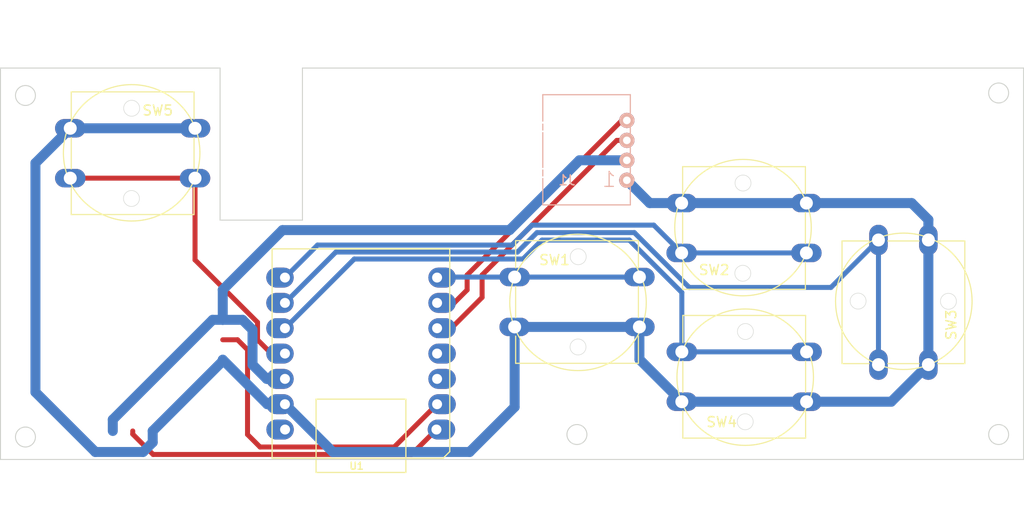
<source format=kicad_pcb>
(kicad_pcb (version 20221018) (generator pcbnew)
  (layers (0 "F.Cu" signal) (31 "B.Cu" signal) (34 "B.Paste" user) (35 "F.Paste" user) (36 "B.SilkS" user "B.Silkscreen") (37 "F.SilkS" user "F.Silkscreen") (38 "B.Mask" user) (39 "F.Mask" user) (44 "Edge.Cuts" user))
  (net 0 "")
  (net 4 "GND")
  (net 5 "+3.3V")
  (net 6 "Net-(J1-SDA)")
  (net 7 "Net-(J1-SCL)")
  (net 8 "Net-(Joystick1-HV)")
  (net 9 "Net-(Joystick1-VV)")
  (net 10 "Net-(U1-PB08_A6_D6_TX)")
  (net 11 "Net-(U1-PB09_A7_D7_RX)")
  (net 12 "Net-(U1-PA7_A8_D8_SCK)")
  (net 13 "Net-(U1-PA5_A9_D9_MISO)")
  (net 14 "Net-(U1-PA6_A10_D10_MOSI)")
  (footprint "Xiao:MOUDLE14P-SMD-2.54-21X17.8MM" (layer "F.Cu") (at 170.01 77.88075 180)
    (fp_text reference "U1" (at 9.3345 -21.7805) (layer "F.SilkS") (effects (font (size 0.7 0.7))))
    (fp_text value "MODULE-SEEEDUINO-XIAO-ESP32C3")
    (fp_line (start 0 -20.3285) (end 0 0) (stroke (width 0.127)) (layer "F.SilkS"))
    (fp_line (start 0 0) (end 17.8 0) (stroke (width 0.127)) (layer "F.SilkS"))
    (fp_line (start 0.671541 -21) (end 0 -20.3285) (stroke (width 0.127)) (layer "F.SilkS"))
    (fp_line (start 4.396 -15.072) (end 4.396 -22.425) (stroke (width 0.127)) (layer "F.SilkS"))
    (fp_line (start 4.4 -22.424) (end 13.395 -22.424) (stroke (width 0.127)) (layer "F.SilkS"))
    (fp_line (start 13.395 -22.424) (end 13.395 -15.072) (stroke (width 0.127)) (layer "F.SilkS"))
    (fp_line (start 13.395 -15.072) (end 4.396 -15.072) (stroke (width 0.127)) (layer "F.SilkS"))
    (fp_line (start 17.8 -21) (end 0.671541 -21) (stroke (width 0.127)) (layer "F.SilkS"))
    (fp_line (start 17.8 0) (end 17.8 -21) (stroke (width 0.127)) (layer "F.SilkS"))
    (pad "1" thru_hole roundrect (at 1.335 -18.12 180) (size 2.75 2) (drill 1 (offset -0.5 0)) (layers "*.Cu" "*.Mask") (roundrect_rratio 0.5) (net 9 "Net-(Joystick1-VV)"))
    (pad "2" thru_hole roundrect (at 1.27 -15.58 180) (size 2.75 2) (drill 1 (offset -0.5 0)) (layers "*.Cu" "*.Mask") (roundrect_rratio 0.5) (net 8 "Net-(Joystick1-HV)"))
    (pad "3" thru_hole roundrect (at 1.27 -13.04 180) (size 2.75 2) (drill 1 (offset -0.5 0)) (layers "*.Cu" "*.Mask") (roundrect_rratio 0.5))
    (pad "4" thru_hole roundrect (at 1.27 -10.5 180) (size 2.75 2) (drill 1 (offset -0.5 0)) (layers "*.Cu" "*.Mask") (roundrect_rratio 0.5))
    (pad "5" thru_hole roundrect (at 1.27 -7.96 180) (size 2.75 2) (drill 1 (offset -0.5 0)) (layers "*.Cu" "*.Mask") (roundrect_rratio 0.5) (net 6 "Net-(J1-SDA)"))
    (pad "6" thru_hole roundrect (at 1.27 -5.42 180) (size 2.75 2) (drill 1 (offset -0.5 0)) (layers "*.Cu" "*.Mask") (roundrect_rratio 0.5) (net 7 "Net-(J1-SCL)"))
    (pad "7" thru_hole roundrect (at 1.27 -2.88 180) (size 2.75 2) (drill 1 (offset -0.5 0)) (layers "*.Cu" "*.Mask") (roundrect_rratio 0.5) (net 10 "Net-(U1-PB08_A6_D6_TX)"))
    (pad "8" thru_hole roundrect (at 16.51 -2.88 180) (size 2.75 2) (drill 1 (offset 0.5 0)) (layers "*.Cu" "*.Mask") (roundrect_rratio 0.5) (net 11 "Net-(U1-PB09_A7_D7_RX)"))
    (pad "9" thru_hole roundrect (at 16.51 -5.42 180) (size 2.75 2) (drill 1 (offset 0.5 0)) (layers "*.Cu" "*.Mask") (roundrect_rratio 0.5) (net 12 "Net-(U1-PA7_A8_D8_SCK)"))
    (pad "10" thru_hole roundrect (at 16.51 -7.96 180) (size 2.75 2) (drill 1 (offset 0.5 0)) (layers "*.Cu" "*.Mask") (roundrect_rratio 0.5) (net 13 "Net-(U1-PA5_A9_D9_MISO)"))
    (pad "11" thru_hole roundrect (at 16.51 -10.5 180) (size 2.75 2) (drill 1 (offset 0.5 0)) (layers "*.Cu" "*.Mask") (roundrect_rratio 0.5) (net 14 "Net-(U1-PA6_A10_D10_MOSI)"))
    (pad "12" thru_hole roundrect (at 16.51 -13.04 180) (size 2.75 2) (drill 1 (offset 0.5 0)) (layers "*.Cu" "*.Mask") (roundrect_rratio 0.5) (net 5 "+3.3V"))
    (pad "13" thru_hole roundrect (at 16.51 -15.58 180) (size 2.75 2) (drill 1 (offset 0.5 0)) (layers "*.Cu" "*.Mask") (roundrect_rratio 0.5) (net 4 "GND"))
    (pad "14" thru_hole roundrect (at 16.5 -18.12 180) (size 2.75 2) (drill 1 (offset 0.5 0)) (layers "*.Cu" "*.Mask") (roundrect_rratio 0.5))
  )
  (footprint "Library:SW_PUSH-13mmGotronic" (layer "F.Cu") (at 205.74 78.29 180)
    (fp_text reference "SW2" (at 9.24 -1.71 180) (layer "F.SilkS"))
    (fp_text value "SW_Push")
    (fp_line (start 0.1 -3.65) (end 12.4 -3.65) (stroke (width 0.12)) (layer "F.SilkS"))
    (fp_line (start 0.1 -0.93) (end 0.1 -3.65) (stroke (width 0.12)) (layer "F.SilkS"))
    (fp_line (start 0.1 4.07) (end 0.1 0.93) (stroke (width 0.12)) (layer "F.SilkS"))
    (fp_line (start 0.1 8.65) (end 0.1 5.93) (stroke (width 0.12)) (layer "F.SilkS"))
    (fp_line (start 12.4 -3.65) (end 12.4 -0.93) (stroke (width 0.12)) (layer "F.SilkS"))
    (fp_line (start 12.4 0.93) (end 12.4 4.07) (stroke (width 0.12)) (layer "F.SilkS"))
    (fp_line (start 12.4 5.93) (end 12.4 8.65) (stroke (width 0.12)) (layer "F.SilkS"))
    (fp_line (start 12.4 8.65) (end 0.1 8.65) (stroke (width 0.12)) (layer "F.SilkS"))
    (fp_circle (center 6.35 2.54) (end 12.7 5.08) (stroke (width 0.12)) (fill none) (layer "F.SilkS"))
    (fp_circle (center 6.35 7.01) (end 7.15 7.01) (stroke (width 0.05)) (fill none) (layer "Edge.Cuts"))
    (fp_circle (center 6.37 -2.04) (end 7.17 -2.04) (stroke (width 0.05)) (fill none) (layer "Edge.Cuts"))
    (pad "1" thru_hole oval (at 0 0 180) (size 3.048 1.85) (drill 1.3) (layers "*.Cu" "*.Mask") (net 11 "Net-(U1-PB09_A7_D7_RX)"))
    (pad "1" thru_hole oval (at 12.5 0 180) (size 3.048 1.85) (drill 1.3) (layers "*.Cu" "*.Mask") (net 11 "Net-(U1-PB09_A7_D7_RX)"))
    (pad "2" thru_hole oval (at 0 5 180) (size 3.048 1.85) (drill 1.3) (layers "*.Cu" "*.Mask") (net 4 "GND"))
    (pad "2" thru_hole oval (at 12.5 5 180) (size 3.048 1.85) (drill 1.3) (layers "*.Cu" "*.Mask") (net 4 "GND"))
  )
  (footprint "Library:SW_PUSH-13mmGotronic" (layer "F.Cu") (at 144.49 70.79 180)
    (fp_text reference "SW5" (at 3.74 6.79) (layer "F.SilkS"))
    (fp_text value "SW_Push")
    (fp_line (start 0.1 -3.65) (end 12.4 -3.65) (stroke (width 0.12)) (layer "F.SilkS"))
    (fp_line (start 0.1 -0.93) (end 0.1 -3.65) (stroke (width 0.12)) (layer "F.SilkS"))
    (fp_line (start 0.1 4.07) (end 0.1 0.93) (stroke (width 0.12)) (layer "F.SilkS"))
    (fp_line (start 0.1 8.65) (end 0.1 5.93) (stroke (width 0.12)) (layer "F.SilkS"))
    (fp_line (start 12.4 -3.65) (end 12.4 -0.93) (stroke (width 0.12)) (layer "F.SilkS"))
    (fp_line (start 12.4 0.93) (end 12.4 4.07) (stroke (width 0.12)) (layer "F.SilkS"))
    (fp_line (start 12.4 5.93) (end 12.4 8.65) (stroke (width 0.12)) (layer "F.SilkS"))
    (fp_line (start 12.4 8.65) (end 0.1 8.65) (stroke (width 0.12)) (layer "F.SilkS"))
    (fp_circle (center 6.35 2.54) (end 12.7 5.08) (stroke (width 0.12)) (fill none) (layer "F.SilkS"))
    (fp_circle (center 6.35 7.01) (end 7.15 7.01) (stroke (width 0.05)) (fill none) (layer "Edge.Cuts"))
    (fp_circle (center 6.37 -2.04) (end 7.17 -2.04) (stroke (width 0.05)) (fill none) (layer "Edge.Cuts"))
    (pad "1" thru_hole oval (at 0 0 180) (size 3.048 1.85) (drill 1.3) (layers "*.Cu" "*.Mask") (net 14 "Net-(U1-PA6_A10_D10_MOSI)"))
    (pad "1" thru_hole oval (at 12.5 0 180) (size 3.048 1.85) (drill 1.3) (layers "*.Cu" "*.Mask") (net 14 "Net-(U1-PA6_A10_D10_MOSI)"))
    (pad "2" thru_hole oval (at 0 5 180) (size 3.048 1.85) (drill 1.3) (layers "*.Cu" "*.Mask") (net 4 "GND"))
    (pad "2" thru_hole oval (at 12.5 5 180) (size 3.048 1.85) (drill 1.3) (layers "*.Cu" "*.Mask") (net 4 "GND"))
  )
  (footprint "Library:SW_PUSH-13mmGotronic" (layer "F.Cu") (at 212.96 89.49 90)
    (fp_text reference "SW3" (at 3.99 7.29 90) (layer "F.SilkS"))
    (fp_text value "SW_Push")
    (fp_line (start 0.1 -3.65) (end 12.4 -3.65) (stroke (width 0.12)) (layer "F.SilkS"))
    (fp_line (start 0.1 -0.93) (end 0.1 -3.65) (stroke (width 0.12)) (layer "F.SilkS"))
    (fp_line (start 0.1 4.07) (end 0.1 0.93) (stroke (width 0.12)) (layer "F.SilkS"))
    (fp_line (start 0.1 8.65) (end 0.1 5.93) (stroke (width 0.12)) (layer "F.SilkS"))
    (fp_line (start 12.4 -3.65) (end 12.4 -0.93) (stroke (width 0.12)) (layer "F.SilkS"))
    (fp_line (start 12.4 0.93) (end 12.4 4.07) (stroke (width 0.12)) (layer "F.SilkS"))
    (fp_line (start 12.4 5.93) (end 12.4 8.65) (stroke (width 0.12)) (layer "F.SilkS"))
    (fp_line (start 12.4 8.65) (end 0.1 8.65) (stroke (width 0.12)) (layer "F.SilkS"))
    (fp_circle (center 6.35 2.54) (end 12.7 5.08) (stroke (width 0.12)) (fill none) (layer "F.SilkS"))
    (fp_circle (center 6.35 7.01) (end 7.15 7.01) (stroke (width 0.05)) (fill none) (layer "Edge.Cuts"))
    (fp_circle (center 6.37 -2.04) (end 7.17 -2.04) (stroke (width 0.05)) (fill none) (layer "Edge.Cuts"))
    (pad "1" thru_hole oval (at 0 0 90) (size 3.048 1.85) (drill 1.3) (layers "*.Cu" "*.Mask") (net 12 "Net-(U1-PA7_A8_D8_SCK)"))
    (pad "1" thru_hole oval (at 12.5 0 90) (size 3.048 1.85) (drill 1.3) (layers "*.Cu" "*.Mask") (net 12 "Net-(U1-PA7_A8_D8_SCK)"))
    (pad "2" thru_hole oval (at 0 5 90) (size 3.048 1.85) (drill 1.3) (layers "*.Cu" "*.Mask") (net 4 "GND"))
    (pad "2" thru_hole oval (at 12.5 5 90) (size 3.048 1.85) (drill 1.3) (layers "*.Cu" "*.Mask") (net 4 "GND"))
  )
  (footprint "Library:SW_PUSH-13mmGotronic" (layer "F.Cu") (at 193.26 88.21)
    (fp_text reference "SW4" (at 3.99 7.04) (layer "F.SilkS"))
    (fp_text value "SW_Push")
    (fp_line (start 0.1 -3.65) (end 12.4 -3.65) (stroke (width 0.12)) (layer "F.SilkS"))
    (fp_line (start 0.1 -0.93) (end 0.1 -3.65) (stroke (width 0.12)) (layer "F.SilkS"))
    (fp_line (start 0.1 4.07) (end 0.1 0.93) (stroke (width 0.12)) (layer "F.SilkS"))
    (fp_line (start 0.1 8.65) (end 0.1 5.93) (stroke (width 0.12)) (layer "F.SilkS"))
    (fp_line (start 12.4 -3.65) (end 12.4 -0.93) (stroke (width 0.12)) (layer "F.SilkS"))
    (fp_line (start 12.4 0.93) (end 12.4 4.07) (stroke (width 0.12)) (layer "F.SilkS"))
    (fp_line (start 12.4 5.93) (end 12.4 8.65) (stroke (width 0.12)) (layer "F.SilkS"))
    (fp_line (start 12.4 8.65) (end 0.1 8.65) (stroke (width 0.12)) (layer "F.SilkS"))
    (fp_circle (center 6.35 2.54) (end 12.7 5.08) (stroke (width 0.12)) (fill none) (layer "F.SilkS"))
    (fp_circle (center 6.35 7.01) (end 7.15 7.01) (stroke (width 0.05)) (fill none) (layer "Edge.Cuts"))
    (fp_circle (center 6.37 -2.04) (end 7.17 -2.04) (stroke (width 0.05)) (fill none) (layer "Edge.Cuts"))
    (pad "1" thru_hole oval (at 0 0) (size 3.048 1.85) (drill 1.3) (layers "*.Cu" "*.Mask") (net 13 "Net-(U1-PA5_A9_D9_MISO)"))
    (pad "1" thru_hole oval (at 12.5 0) (size 3.048 1.85) (drill 1.3) (layers "*.Cu" "*.Mask") (net 13 "Net-(U1-PA5_A9_D9_MISO)"))
    (pad "2" thru_hole oval (at 0 5) (size 3.048 1.85) (drill 1.3) (layers "*.Cu" "*.Mask") (net 4 "GND"))
    (pad "2" thru_hole oval (at 12.5 5) (size 3.048 1.85) (drill 1.3) (layers "*.Cu" "*.Mask") (net 4 "GND"))
  )
  (footprint "Library:SW_PUSH-13mmGotronic" (layer "F.Cu") (at 176.51 80.71)
    (fp_text reference "SW1" (at 3.99 -1.71) (layer "F.SilkS"))
    (fp_text value "SW_Push")
    (fp_line (start 0.1 -3.65) (end 12.4 -3.65) (stroke (width 0.12)) (layer "F.SilkS"))
    (fp_line (start 0.1 -0.93) (end 0.1 -3.65) (stroke (width 0.12)) (layer "F.SilkS"))
    (fp_line (start 0.1 4.07) (end 0.1 0.93) (stroke (width 0.12)) (layer "F.SilkS"))
    (fp_line (start 0.1 8.65) (end 0.1 5.93) (stroke (width 0.12)) (layer "F.SilkS"))
    (fp_line (start 12.4 -3.65) (end 12.4 -0.93) (stroke (width 0.12)) (layer "F.SilkS"))
    (fp_line (start 12.4 0.93) (end 12.4 4.07) (stroke (width 0.12)) (layer "F.SilkS"))
    (fp_line (start 12.4 5.93) (end 12.4 8.65) (stroke (width 0.12)) (layer "F.SilkS"))
    (fp_line (start 12.4 8.65) (end 0.1 8.65) (stroke (width 0.12)) (layer "F.SilkS"))
    (fp_circle (center 6.35 2.54) (end 12.7 5.08) (stroke (width 0.12)) (fill none) (layer "F.SilkS"))
    (fp_circle (center 6.35 7.01) (end 7.15 7.01) (stroke (width 0.05)) (fill none) (layer "Edge.Cuts"))
    (fp_circle (center 6.37 -2.04) (end 7.17 -2.04) (stroke (width 0.05)) (fill none) (layer "Edge.Cuts"))
    (pad "1" thru_hole oval (at 0 0) (size 3.048 1.85) (drill 1.3) (layers "*.Cu" "*.Mask") (net 10 "Net-(U1-PB08_A6_D6_TX)"))
    (pad "1" thru_hole oval (at 12.5 0) (size 3.048 1.85) (drill 1.3) (layers "*.Cu" "*.Mask") (net 10 "Net-(U1-PB08_A6_D6_TX)"))
    (pad "2" thru_hole oval (at 0 5) (size 3.048 1.85) (drill 1.3) (layers "*.Cu" "*.Mask") (net 4 "GND"))
    (pad "2" thru_hole oval (at 12.5 5) (size 3.048 1.85) (drill 1.3) (layers "*.Cu" "*.Mask") (net 4 "GND"))
  )
  (footprint "Library:Grove_1x04" (layer "B.Cu") (at 187.75 71)
    (fp_text reference "J1" (at -6 0) (layer "B.SilkS") (effects (justify mirror)))
    (fp_text value "Grove_Connector")
    (fp_text user "1" (at -1.775 -0.075) (layer "B.SilkS") (effects (font (size 1.5 1.5) (thickness 0.12)) (justify mirror)))
    (fp_line (start -8.42 -8.578) (end 0.35 -8.578) (stroke (width 0.12)) (layer "B.SilkS"))
    (fp_line (start -8.42 -5.928) (end -8.42 -8.578) (stroke (width 0.12)) (layer "B.SilkS"))
    (fp_line (start -8.42 -5.028) (end -8.42 -5.628) (stroke (width 0.12)) (layer "B.SilkS"))
    (fp_line (start -8.42 -1.278) (end -8.42 -4.778) (stroke (width 0.12)) (layer "B.SilkS"))
    (fp_line (start -8.42 -0.428) (end -8.42 -1.028) (stroke (width 0.12)) (layer "B.SilkS"))
    (fp_line (start -8.42 2.472) (end -8.42 -0.178) (stroke (width 0.12)) (layer "B.SilkS"))
    (fp_line (start -8.42 2.472) (end 0.35 2.472) (stroke (width 0.12)) (layer "B.SilkS"))
    (fp_line (start 0.35 2.472) (end 0.35 -8.578) (stroke (width 0.12)) (layer "B.SilkS"))
    (pad "1" thru_hole circle (at 0 0) (size 1.524 1.524) (drill 0.762) (layers "*.Cu" "*.Mask" "B.SilkS") (net 4 "GND"))
    (pad "2" thru_hole circle (at 0 -2) (size 1.524 1.524) (drill 0.762) (layers "*.Cu" "*.Mask" "B.SilkS") (net 5 "+3.3V"))
    (pad "3" thru_hole circle (at 0 -4) (size 1.524 1.524) (drill 0.762) (layers "*.Cu" "*.Mask" "B.SilkS") (net 6 "Net-(J1-SDA)"))
    (pad "4" thru_hole circle (at 0 -6) (size 1.524 1.524) (drill 0.762) (layers "*.Cu" "*.Mask" "B.SilkS") (net 7 "Net-(J1-SCL)"))
  )
  (gr_line (start 147 75) (end 155.25 75) (stroke (width 0.1)) (layer "Edge.Cuts"))
  (gr_line (start 147 59.75) (end 147 75) (stroke (width 0.1)) (layer "Edge.Cuts"))
  (gr_line (start 125 99) (end 125 59.75) (stroke (width 0.1)) (layer "Edge.Cuts"))
  (gr_circle (center 127.5 96.75) (end 128.5 96.75) (stroke (width 0.1)) (fill none) (layer "Edge.Cuts"))
  (gr_circle (center 127.5 62.5) (end 128.5 62.5) (stroke (width 0.1)) (fill none) (layer "Edge.Cuts"))
  (gr_circle (center 225 96.5) (end 226 96.5) (stroke (width 0.1)) (fill none) (layer "Edge.Cuts"))
  (gr_circle (center 182.75 96.5) (end 183.75 96.5) (stroke (width 0.1)) (fill none) (layer "Edge.Cuts"))
  (gr_line (start 155.25 59.75) (end 227.5 59.75) (stroke (width 0.1)) (layer "Edge.Cuts"))
  (gr_line (start 125 59.75) (end 147 59.75) (stroke (width 0.1)) (layer "Edge.Cuts"))
  (gr_rect (start 177 104.75) (end 177 104.75) (stroke (width 0.1)) (fill none) (layer "Edge.Cuts"))
  (gr_line (start 227.5 59.75) (end 227.5 99) (stroke (width 0.1)) (layer "Edge.Cuts"))
  (gr_line (start 155.25 75) (end 155.25 59.75) (stroke (width 0.1)) (layer "Edge.Cuts"))
  (gr_line (start 227.5 99) (end 125 99) (stroke (width 0.1)) (layer "Edge.Cuts"))
  (gr_circle (center 225 62.25) (end 226 62.25) (stroke (width 0.1)) (fill none) (layer "Edge.Cuts"))
  (segment (start 139.287 98.25) (end 134.5 98.25) (width 1) (layer "B.Cu") (net 4))
  (segment (start 189.01 85.71) (end 189.01 88.96) (width 1) (layer "B.Cu") (net 4))
  (segment (start 190.04 73.29) (end 187.75 71) (width 1) (layer "B.Cu") (net 4))
  (segment (start 128.5 69.28) (end 131.99 65.79) (width 1) (layer "B.Cu") (net 4))
  (segment (start 172 98.25) (end 176.51 93.74) (width 1) (layer "B.Cu") (net 4))
  (segment (start 128.5 92.25) (end 128.5 69.28) (width 1) (layer "B.Cu") (net 4))
  (segment (start 214.24 93.21) (end 217.96 89.49) (width 1) (layer "B.Cu") (net 4))
  (segment (start 216.29 73.29) (end 205.74 73.29) (width 1) (layer "B.Cu") (net 4))
  (segment (start 217.96 76.99) (end 217.96 74.96) (width 1) (layer "B.Cu") (net 4))
  (segment (start 158.28925 98.25) (end 172 98.25) (width 1) (layer "B.Cu") (net 4))
  (segment (start 205.74 73.29) (end 193.24 73.29) (width 1) (layer "B.Cu") (net 4))
  (segment (start 205.76 93.21) (end 214.24 93.21) (width 1) (layer "B.Cu") (net 4))
  (segment (start 131.99 65.79) (end 144.49 65.79) (width 1) (layer "B.Cu") (net 4))
  (segment (start 217.96 74.96) (end 216.29 73.29) (width 1) (layer "B.Cu") (net 4))
  (segment (start 140.25 96.144) (end 140.25 97.287) (width 1) (layer "B.Cu") (net 4))
  (segment (start 193.24 73.29) (end 190.04 73.29) (width 1) (layer "B.Cu") (net 4))
  (segment (start 153.5 93.46075) (end 158.28925 98.25) (width 1) (layer "B.Cu") (net 4))
  (segment (start 147.267 89) (end 151.72775 93.46075) (width 1) (layer "B.Cu") (net 4))
  (segment (start 176.51 85.71) (end 189.01 85.71) (width 1) (layer "B.Cu") (net 4))
  (segment (start 140.25 96.144) (end 147.267 89.127) (width 1) (layer "B.Cu") (net 4))
  (segment (start 151.72775 93.46075) (end 153.5 93.46075) (width 1) (layer "B.Cu") (net 4))
  (segment (start 217.96 89.49) (end 217.96 76.99) (width 1) (layer "B.Cu") (net 4))
  (segment (start 176.51 93.74) (end 176.51 85.71) (width 1) (layer "B.Cu") (net 4))
  (segment (start 147.267 89.127) (end 147.267 89) (width 1) (layer "B.Cu") (net 4))
  (segment (start 134.5 98.25) (end 128.5 92.25) (width 1) (layer "B.Cu") (net 4))
  (segment (start 193.26 93.21) (end 205.76 93.21) (width 1) (layer "B.Cu") (net 4))
  (segment (start 189.01 88.96) (end 193.26 93.21) (width 1) (layer "B.Cu") (net 4))
  (segment (start 140.25 97.287) (end 139.287 98.25) (width 1) (layer "B.Cu") (net 4))
  (segment (start 183 69) (end 187.75 69) (width 1) (layer "B.Cu") (net 5))
  (segment (start 136.25 95.001) (end 146.251 85) (width 1) (layer "B.Cu") (net 5))
  (segment (start 150.25 89.5) (end 151.67075 90.92075) (width 1) (layer "B.Cu") (net 5))
  (segment (start 146.251 85) (end 147.267 85) (width 1) (layer "B.Cu") (net 5))
  (segment (start 151.67075 90.92075) (end 153.5 90.92075) (width 1) (layer "B.Cu") (net 5))
  (segment (start 147.267 81.983) (end 153.25 76) (width 1) (layer "B.Cu") (net 5))
  (segment (start 176 76) (end 183 69) (width 1) (layer "B.Cu") (net 5))
  (segment (start 147.267 85) (end 147.267 81.983) (width 1) (layer "B.Cu") (net 5))
  (segment (start 147.267 85) (end 149.25 85) (width 1) (layer "B.Cu") (net 5))
  (segment (start 136.25 96.144) (end 136.25 95.001) (width 1) (layer "B.Cu") (net 5))
  (segment (start 153.25 76) (end 176 76) (width 1) (layer "B.Cu") (net 5))
  (segment (start 149.25 85) (end 150.25 86) (width 1) (layer "B.Cu") (net 5))
  (segment (start 150.25 86) (end 150.25 89.5) (width 1) (layer "B.Cu") (net 5))
  (segment (start 170.15925 85.84075) (end 173.25 82.75) (width 0.5) (layer "F.Cu") (net 6))
  (segment (start 186.75 67) (end 187.75 67) (width 0.5) (layer "F.Cu") (net 6))
  (segment (start 173.25 80.5) (end 186.75 67) (width 0.5) (layer "F.Cu") (net 6))
  (segment (start 173.25 82.75) (end 173.25 80.5) (width 0.5) (layer "F.Cu") (net 6))
  (segment (start 168.74 85.84075) (end 170.15925 85.84075) (width 0.5) (layer "F.Cu") (net 6))
  (segment (start 170.44925 83.30075) (end 168.74 83.30075) (width 0.5) (layer "F.Cu") (net 7))
  (segment (start 187.75 65) (end 187.25 65) (width 0.5) (layer "F.Cu") (net 7))
  (segment (start 171.75 82) (end 170.44925 83.30075) (width 0.5) (layer "F.Cu") (net 7))
  (segment (start 169.44925 83.30075) (end 168.74 83.30075) (width 0.25) (layer "F.Cu") (net 7))
  (segment (start 171.75 80.5) (end 171.75 82) (width 0.5) (layer "F.Cu") (net 7))
  (segment (start 187.25 65) (end 171.75 80.5) (width 0.5) (layer "F.Cu") (net 7))
  (segment (start 151 97.75) (end 164.45075 97.75) (width 0.5) (layer "F.Cu") (net 8))
  (segment (start 149.75 96.5) (end 151 97.75) (width 0.5) (layer "F.Cu") (net 8))
  (segment (start 149.75 88) (end 149.75 96.5) (width 0.5) (layer "F.Cu") (net 8))
  (segment (start 148.75 87) (end 149.75 88) (width 0.5) (layer "F.Cu") (net 8))
  (segment (start 164.45075 97.75) (end 168.74 93.46075) (width 0.5) (layer "F.Cu") (net 8))
  (segment (start 147.267 87) (end 148.75 87) (width 0.5) (layer "F.Cu") (net 8))
  (segment (start 166.17575 98.5) (end 140.287788 98.5) (width 0.5) (layer "F.Cu") (net 9))
  (segment (start 168.675 96.00075) (end 166.17575 98.5) (width 0.5) (layer "F.Cu") (net 9))
  (segment (start 138.25 96.462212) (end 138.25 96.144) (width 0.5) (layer "F.Cu") (net 9))
  (segment (start 140.287788 98.5) (end 138.25 96.462212) (width 0.5) (layer "F.Cu") (net 9))
  (segment (start 189.01 80.71) (end 176.51 80.71) (width 0.5) (layer "B.Cu") (net 10))
  (segment (start 176.51 80.71) (end 168.79075 80.71) (width 0.5) (layer "B.Cu") (net 10))
  (segment (start 168.79075 80.71) (end 168.74 80.76075) (width 0.25) (layer "B.Cu") (net 10))
  (segment (start 178.25 75.5) (end 176.25 77.5) (width 0.5) (layer "B.Cu") (net 11))
  (segment (start 193.2 78.25) (end 192.725 77.775) (width 0.5) (layer "B.Cu") (net 11))
  (segment (start 192.725 77.775) (end 190.45 75.5) (width 0.5) (layer "B.Cu") (net 11))
  (segment (start 193.24 78.29) (end 192.725 77.775) (width 0.25) (layer "B.Cu") (net 11))
  (segment (start 156.76075 77.5) (end 153.5 80.76075) (width 0.5) (layer "B.Cu") (net 11))
  (segment (start 176.25 77.5) (end 156.76075 77.5) (width 0.5) (layer "B.Cu") (net 11))
  (segment (start 193.24 78.29) (end 205.74 78.29) (width 0.5) (layer "B.Cu") (net 11))
  (segment (start 190.45 75.5) (end 178.25 75.5) (width 0.5) (layer "B.Cu") (net 11))
  (segment (start 193.24 78.29) (end 193.2 78.25) (width 0.25) (layer "B.Cu") (net 11))
  (segment (start 208.2 81.75) (end 212.96 76.99) (width 0.5) (layer "B.Cu") (net 12))
  (segment (start 188.5 76.25) (end 194 81.75) (width 0.5) (layer "B.Cu") (net 12))
  (segment (start 212.96 89.49) (end 212.96 76.99) (width 0.5) (layer "B.Cu") (net 12))
  (segment (start 153.5 83.30075) (end 158.60075 78.2) (width 0.5) (layer "B.Cu") (net 12))
  (segment (start 194 81.75) (end 208.2 81.75) (width 0.5) (layer "B.Cu") (net 12))
  (segment (start 176.8 78.2) (end 178.75 76.25) (width 0.5) (layer "B.Cu") (net 12))
  (segment (start 158.60075 78.2) (end 176.8 78.2) (width 0.5) (layer "B.Cu") (net 12))
  (segment (start 178.75 76.25) (end 188.5 76.25) (width 0.5) (layer "B.Cu") (net 12))
  (segment (start 193.26 82.26) (end 188 77) (width 0.5) (layer "B.Cu") (net 13))
  (segment (start 177.35 78.9) (end 160.44075 78.9) (width 0.5) (layer "B.Cu") (net 13))
  (segment (start 193.26 88.21) (end 205.76 88.21) (width 0.5) (layer "B.Cu") (net 13))
  (segment (start 160.44075 78.9) (end 153.5 85.84075) (width 0.5) (layer "B.Cu") (net 13))
  (segment (start 188 77) (end 179.25 77) (width 0.5) (layer "B.Cu") (net 13))
  (segment (start 179.25 77) (end 177.35 78.9) (width 0.5) (layer "B.Cu") (net 13))
  (segment (start 193.26 88.21) (end 193.26 82.26) (width 0.5) (layer "B.Cu") (net 13))
  (segment (start 150.75 87) (end 152.13075 88.38075) (width 0.5) (layer "F.Cu") (net 14))
  (segment (start 150.75 85.25) (end 150.75 87) (width 0.5) (layer "F.Cu") (net 14))
  (segment (start 152.13075 88.38075) (end 153.5 88.38075) (width 0.5) (layer "F.Cu") (net 14))
  (segment (start 131.99 70.79) (end 144.49 70.79) (width 0.5) (layer "F.Cu") (net 14))
  (segment (start 144.49 78.99) (end 150.75 85.25) (width 0.5) (layer "F.Cu") (net 14))
  (segment (start 144.49 70.79) (end 144.49 78.99) (width 0.5) (layer "F.Cu") (net 14))
)
</source>
